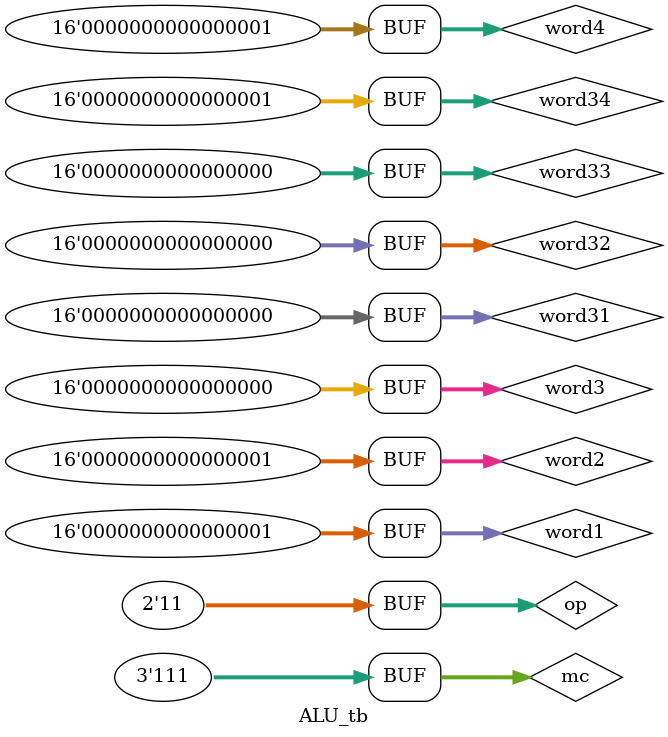
<source format=v>
module ALU(mc, op, word1, word2, word3, word4, word31, word32, word33, word34, res1, res2, res3, res4);
input [2:0] mc; //111 = 64 bit, 110 = 32 bit, 100 = 16 bit
input [1:0] op; //01 = add, 11 = xor, 00 = subtraction
input [15:0] word1;
input [15:0] word2;
input [15:0] word3;
input [15:0] word4;
input [15:0] word31;//second word placeholders
input [15:0] word32;
input [15:0] word33;
input [15:0] word34;

output reg [63:0] res1 = 0;//can be used for 64, 32, or 16 bit result
output reg [31:0] res2 = 0;//used for 32 or 16 bit result
output reg [15:0] res3 = 0;//used for 16 bit result
output reg [15:0] res4 = 0;//used for 16 bit result

wire [15:0] zeros = 0;

/*
assign zeros[15] = 0;
assign zeros[14] = 0;
assign zeros[13] = 0;
assign zeros[12] = 0;
assign zeros[11] = 0;
assign zeros[10] = 0;
assign zeros[9] = 0;
assign zeros[8] = 0;
assign zeros[7] = 0;
assign zeros[6] = 0;
assign zeros[5] = 0;
assign zeros[4] = 0;
assign zeros[3] = 0;
assign zeros[2] = 0;
assign zeros[1] = 0;

*/

wire [15:0] word21;
wire [15:0] word22;
wire [15:0] word23;//final second word that will be assigned to result
wire [15:0] word24;

wire [15:0] word41;
wire [15:0] word42;
wire [15:0] word43;//another second word place holder
wire [15:0] word44;


wire [63:0] sum;//sum for addition/subtraction
wire [63:0] xorres;//result of xor
reg [63:0] fullres;//full result that will be used to assign each word
wire cout[12:0]; //carry variables

assign cout[0] = ~op[1];


XOR16v2 init1(.a(word31[15:0]), .b(cout[0]), .out(word41[15:0]));//inverting b if operation is subtraction
XOR16v2 init2(.a(word32[15:0]), .b(cout[0]), .out(word42[15:0]));
XOR16v2 init3(.a(word33[15:0]), .b(cout[0]), .out(word43[15:0]));
XOR16v2 init4(.a(word34[15:0]), .b(cout[0]), .out(word44[15:0]));

CLA16 cla1(.a(zeros[15:0]), .b(word41[15:0]), .cin(~op[1]), .sum1(word21[15:0]), .cout(cout[11]));//adding 1 for 2s comp if subtraction
CLA16 cla2(.a(zeros[15:0]), .b(word42[15:0]), .cin(~op[1]), .sum1(word22[15:0]), .cout(cout[10]));
CLA16 cla3(.a(zeros[15:0]), .b(word43[15:0]), .cin(~op[1]), .sum1(word23[15:0]), .cout(cout[9]));
CLA16 cla4(.a(zeros[15:0]), .b(word44[15:0]), .cin(~op[1]), .sum1(word24[15:0]), .cout(cout[12]));

CLA16 cla5(.a(word1[15:0]), .b(word21[15:0]), .cin(0), .sum1(sum[15:0]), .cout(cout[5]));//addition/subtraction
and(cout[1], cout[5], mc[1]);//ANDs assign carry based on mode control, 64 bit carries through operation
CLA16 cla6(.a(word2[15:0]), .b(word22[15:0]), .cin(cout[1]), .sum1(sum[31:16]), .cout(cout[6]));
and(cout[2], cout[6], mc[0]);
CLA16 cla7(.a(word3[15:0]), .b(word23[15:0]), .cin(cout[2]), .sum1(sum[47:32]), .cout(cout[7]));
and(cout[3], cout[7], mc[1]);
CLA16 cla8(.a(word4[15:0]), .b(word24[15:0]), .cin(cout[3]), .sum1(sum[63:48]), .cout(cout[8]));


XOR16 xor1(.a(word1[15:0]), .b(word21[15:0]), .out(xorres[63:48]));//XOR operation
XOR16 xor2(.a(word1[15:0]), .b(word22[15:0]), .out(xorres[47:32]));
XOR16 xor3(.a(word1[15:0]), .b(word23[15:0]), .out(xorres[31:16]));
XOR16 xor4(.a(word1[15:0]), .b(word24[15:0]), .out(xorres[15:0]));





always @* begin

if(op[0] & op[1]) begin //addition or subtraction operation
	fullres[63:0] <= xorres[63:0];//assign addition/subtraction result
end

else begin  //xor operation
	fullres[63:0] <= sum[63:0];//assign xor result
end






//assign each output res based off mc

if(mc[0]==1 & mc[1]==1 & mc[2]==1) begin//if statements to assign result to word or words depending on mc variable
	res1[63:0] <= fullres[63:0];
end

else if(~mc[0] & mc[1] & mc[2]) begin
   res2[31:0] <= fullres[63:32];
	res1[31:0] <= fullres[31:0];
end

else if(~mc[0] & ~mc[1] & mc[2]) begin
   res4[15:0] <= fullres[63:48];
	res3[15:0] <= fullres[47:32];
	res2[15:0] <= fullres[31:16];
	res1[15:0] <= fullres[15:0];
end

//else if()

end

endmodule


module ALU_tb;//testbench to run module
reg [2:0] mc;
reg [1:0] op;
reg [15:0] word1;
reg [15:0] word2;
reg [15:0] word3;
reg [15:0] word4;
reg [15:0] word31;
reg [15:0] word32;
reg [15:0] word33;
reg [15:0] word34;
wire [63:0] res1;//can be used for 64, 32, or 16 bit result
wire [31:0] res2;//used for 32 or 16 bit result
wire [15:0] res3;//used for 16 bit result
wire [15:0] res4;//used for 16 bit result
  
ALU test(mc, op, word1, word2, word3, word4, word31, word32, word33, word34, res1, res2, res3, res4);
  
initial begin
mc=3'b111; //111 = 64bit, 110 = 32 bit, 100 = 16 bit
op=2'b11; //10 = add, 11 = xor, 00 = sub
word1=16'h0001;
word2=16'h0001;
word3=16'h0000;
word4=16'h0001;
word31=16'h0000;
word32=16'h0000;
word33=16'h0000;
word34=16'h0001;


#10;
end

//initial begin
//$monitor("a=%h b=%h, sum=%h\n",a,b,sum);
//end

endmodule


</source>
